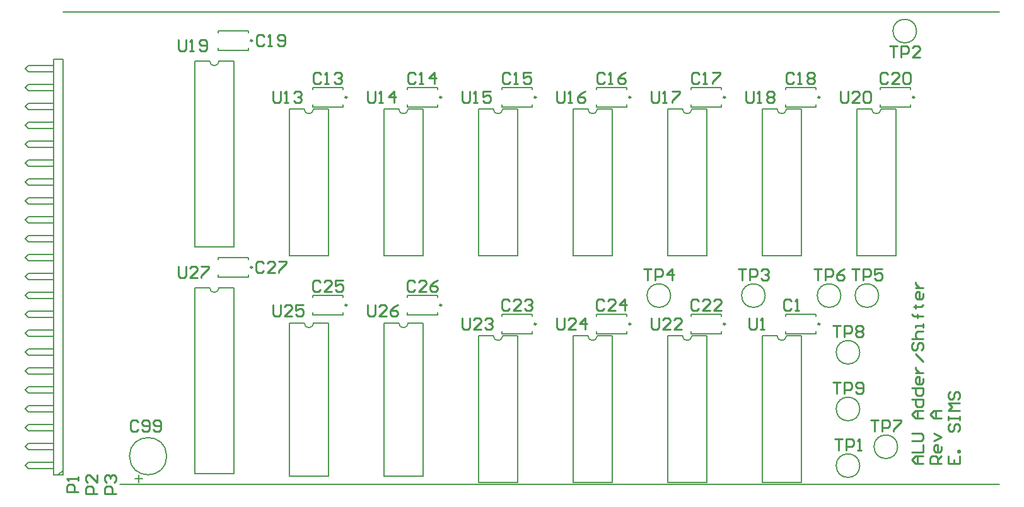
<source format=gto>
G04*
G04 #@! TF.GenerationSoftware,Altium Limited,Altium Designer,21.9.1 (22)*
G04*
G04 Layer_Color=65535*
%FSLAX25Y25*%
%MOIN*%
G70*
G04*
G04 #@! TF.SameCoordinates,C109554B-D48E-4F6B-8FAB-988FC137D98F*
G04*
G04*
G04 #@! TF.FilePolarity,Positive*
G04*
G01*
G75*
%ADD10C,0.00984*%
%ADD11C,0.00787*%
%ADD12C,0.00500*%
%ADD13C,0.01000*%
%ADD14C,0.00591*%
D10*
X505118Y195000D02*
G03*
X505118Y195000I-492J0D01*
G01*
X255118Y315000D02*
G03*
X255118Y315000I-492J0D01*
G01*
X305118D02*
G03*
X305118Y315000I-492J0D01*
G01*
X355118D02*
G03*
X355118Y315000I-492J0D01*
G01*
X405118D02*
G03*
X405118Y315000I-492J0D01*
G01*
X455118D02*
G03*
X455118Y315000I-492J0D01*
G01*
X505118D02*
G03*
X505118Y315000I-492J0D01*
G01*
X205118Y345000D02*
G03*
X205118Y345000I-492J0D01*
G01*
X555118Y315000D02*
G03*
X555118Y315000I-492J0D01*
G01*
X455118Y195000D02*
G03*
X455118Y195000I-492J0D01*
G01*
X355118D02*
G03*
X355118Y195000I-492J0D01*
G01*
X405118D02*
G03*
X405118Y195000I-492J0D01*
G01*
X255118Y205000D02*
G03*
X255118Y205000I-492J0D01*
G01*
X305118D02*
G03*
X305118Y205000I-492J0D01*
G01*
X205118Y225000D02*
G03*
X205118Y225000I-492J0D01*
G01*
D11*
X182500Y214213D02*
G03*
X187500Y214213I2500J0D01*
G01*
X482500Y188779D02*
G03*
X487500Y188779I2500J0D01*
G01*
X526240Y150000D02*
G03*
X526240Y150000I-6240J0D01*
G01*
X282500Y195551D02*
G03*
X287500Y195551I2500J0D01*
G01*
X159843Y125000D02*
G03*
X159843Y125000I-9843J0D01*
G01*
X526240Y120000D02*
G03*
X526240Y120000I-6240J0D01*
G01*
X556240Y350000D02*
G03*
X556240Y350000I-6240J0D01*
G01*
X232500Y308780D02*
G03*
X237500Y308780I2500J0D01*
G01*
X282500D02*
G03*
X287500Y308780I2500J0D01*
G01*
X332500D02*
G03*
X337500Y308780I2500J0D01*
G01*
X382500D02*
G03*
X387500Y308780I2500J0D01*
G01*
X432500D02*
G03*
X437500Y308780I2500J0D01*
G01*
X182500Y334213D02*
G03*
X187500Y334213I2500J0D01*
G01*
X482500Y308780D02*
G03*
X487500Y308780I2500J0D01*
G01*
X532500D02*
G03*
X537500Y308780I2500J0D01*
G01*
X432500Y188779D02*
G03*
X437500Y188779I2500J0D01*
G01*
X332500D02*
G03*
X337500Y188779I2500J0D01*
G01*
X382500D02*
G03*
X387500Y188779I2500J0D01*
G01*
X232500Y195551D02*
G03*
X237500Y195551I2500J0D01*
G01*
X476240Y210000D02*
G03*
X476240Y210000I-6240J0D01*
G01*
X426240D02*
G03*
X426240Y210000I-6240J0D01*
G01*
X536240D02*
G03*
X536240Y210000I-6240J0D01*
G01*
X516240D02*
G03*
X516240Y210000I-6240J0D01*
G01*
X546240Y130000D02*
G03*
X546240Y130000I-6240J0D01*
G01*
X526240Y180000D02*
G03*
X526240Y180000I-6240J0D01*
G01*
X487205Y199035D02*
Y200118D01*
X502953Y199035D02*
Y200118D01*
X487205Y189882D02*
Y190965D01*
X502953Y189882D02*
Y190965D01*
X487205Y200118D02*
X502953D01*
X487205Y189882D02*
X502953D01*
X174567Y214213D02*
X182500D01*
X187500D02*
X195433D01*
X174567Y115787D02*
X195433D01*
X174567D02*
Y214213D01*
X195433Y115787D02*
Y214213D01*
X474567Y188779D02*
X482500D01*
X487500D02*
X495433D01*
X474567Y111221D02*
X495433D01*
X474567D02*
Y188779D01*
X495433Y111221D02*
Y188779D01*
X274567Y195551D02*
X282500D01*
X287500D02*
X295433D01*
X274567Y114449D02*
X295433D01*
X274567D02*
Y195551D01*
X295433Y114449D02*
Y195551D01*
X100000Y115000D02*
X105000D01*
X100000D02*
Y335000D01*
X105000D01*
X102500Y115000D02*
X105000Y117500D01*
X86667Y118333D02*
X100000D01*
X85000Y120000D02*
X86667Y118333D01*
X85000Y120000D02*
X86667Y121667D01*
X100000D01*
X86667Y128333D02*
X100000D01*
X85000Y130000D02*
X86667Y128333D01*
X85000Y130000D02*
X86667Y131667D01*
X100000D01*
X86667Y138333D02*
X100000D01*
X85000Y140000D02*
X86667Y138333D01*
X85000Y140000D02*
X86667Y141667D01*
X100000D01*
X86667Y148333D02*
X100000D01*
X85000Y150000D02*
X86667Y148333D01*
X85000Y150000D02*
X86667Y151667D01*
X100000D01*
X86667Y158333D02*
X100000D01*
X85000Y160000D02*
X86667Y158333D01*
X85000Y160000D02*
X86667Y161667D01*
X100000D01*
X86667Y168333D02*
X100000D01*
X85000Y170000D02*
X86667Y168333D01*
X85000Y170000D02*
X86667Y171667D01*
X100000D01*
X86667Y178333D02*
X100000D01*
X85000Y180000D02*
X86667Y178333D01*
X85000Y180000D02*
X86667Y181667D01*
X100000D01*
X86667Y188333D02*
X100000D01*
X85000Y190000D02*
X86667Y188333D01*
X85000Y190000D02*
X86667Y191667D01*
X100000D01*
X86667Y198333D02*
X100000D01*
X85000Y200000D02*
X86667Y198333D01*
X85000Y200000D02*
X86667Y201667D01*
X100000D01*
X86667Y208333D02*
X100000D01*
X85000Y210000D02*
X86667Y208333D01*
X85000Y210000D02*
X86667Y211667D01*
X100000D01*
X86667Y218333D02*
X100000D01*
X85000Y220000D02*
X86667Y218333D01*
X85000Y220000D02*
X86667Y221667D01*
X100000D01*
X86667Y228333D02*
X100000D01*
X85000Y230000D02*
X86667Y228333D01*
X85000Y230000D02*
X86667Y231667D01*
X100000D01*
X86667Y238333D02*
X100000D01*
X85000Y240000D02*
X86667Y238333D01*
X85000Y240000D02*
X86667Y241667D01*
X100000D01*
X86667Y248333D02*
X100000D01*
X85000Y250000D02*
X86667Y248333D01*
X85000Y250000D02*
X86667Y251667D01*
X100000D01*
X86667Y258333D02*
X100000D01*
X85000Y260000D02*
X86667Y258333D01*
X85000Y260000D02*
X86667Y261667D01*
X100000D01*
X86667Y268333D02*
X100000D01*
X85000Y270000D02*
X86667Y268333D01*
X85000Y270000D02*
X86667Y271667D01*
X100000D01*
X86667Y278333D02*
X100000D01*
X85000Y280000D02*
X86667Y278333D01*
X85000Y280000D02*
X86667Y281667D01*
X100000D01*
X86667Y288333D02*
X100000D01*
X85000Y290000D02*
X86667Y288333D01*
X85000Y290000D02*
X86667Y291667D01*
X100000D01*
X86667Y298333D02*
X100000D01*
X85000Y300000D02*
X86667Y298333D01*
X85000Y300000D02*
X86667Y301667D01*
X100000D01*
X86667Y308333D02*
X100000D01*
X85000Y310000D02*
X86667Y308333D01*
X85000Y310000D02*
X86667Y311667D01*
X100000D01*
X86667Y318333D02*
X100000D01*
X85000Y320000D02*
X86667Y318333D01*
X85000Y320000D02*
X86667Y321667D01*
X100000D01*
X86667Y328333D02*
X100000D01*
X85000Y330000D02*
X86667Y328333D01*
X85000Y330000D02*
X86667Y331667D01*
X100000D01*
X105000Y115000D02*
Y122500D01*
Y335000D01*
X237205Y319035D02*
Y320118D01*
X252953Y319035D02*
Y320118D01*
X237205Y309882D02*
Y310965D01*
X252953Y309882D02*
Y310965D01*
X237205Y320118D02*
X252953D01*
X237205Y309882D02*
X252953D01*
X287205Y319035D02*
Y320118D01*
X302953Y319035D02*
Y320118D01*
X287205Y309882D02*
Y310965D01*
X302953Y309882D02*
Y310965D01*
X287205Y320118D02*
X302953D01*
X287205Y309882D02*
X302953D01*
X337205Y319035D02*
Y320118D01*
X352953Y319035D02*
Y320118D01*
X337205Y309882D02*
Y310965D01*
X352953Y309882D02*
Y310965D01*
X337205Y320118D02*
X352953D01*
X337205Y309882D02*
X352953D01*
X387205Y319035D02*
Y320118D01*
X402953Y319035D02*
Y320118D01*
X387205Y309882D02*
Y310965D01*
X402953Y309882D02*
Y310965D01*
X387205Y320118D02*
X402953D01*
X387205Y309882D02*
X402953D01*
X437205Y319035D02*
Y320118D01*
X452953Y319035D02*
Y320118D01*
X437205Y309882D02*
Y310965D01*
X452953Y309882D02*
Y310965D01*
X437205Y320118D02*
X452953D01*
X437205Y309882D02*
X452953D01*
X487205Y319035D02*
Y320118D01*
X502953Y319035D02*
Y320118D01*
X487205Y309882D02*
Y310965D01*
X502953Y309882D02*
Y310965D01*
X487205Y320118D02*
X502953D01*
X487205Y309882D02*
X502953D01*
X187205Y349035D02*
Y350118D01*
X202953Y349035D02*
Y350118D01*
X187205Y339882D02*
Y340965D01*
X202953Y339882D02*
Y340965D01*
X187205Y350118D02*
X202953D01*
X187205Y339882D02*
X202953D01*
X537205Y319035D02*
Y320118D01*
X552953Y319035D02*
Y320118D01*
X537205Y309882D02*
Y310965D01*
X552953Y309882D02*
Y310965D01*
X537205Y320118D02*
X552953D01*
X537205Y309882D02*
X552953D01*
X437205Y199035D02*
Y200118D01*
X452953Y199035D02*
Y200118D01*
X437205Y189882D02*
Y190965D01*
X452953Y189882D02*
Y190965D01*
X437205Y200118D02*
X452953D01*
X437205Y189882D02*
X452953D01*
X337205Y199035D02*
Y200118D01*
X352953Y199035D02*
Y200118D01*
X337205Y189882D02*
Y190965D01*
X352953Y189882D02*
Y190965D01*
X337205Y200118D02*
X352953D01*
X337205Y189882D02*
X352953D01*
X387205Y199035D02*
Y200118D01*
X402953Y199035D02*
Y200118D01*
X387205Y189882D02*
Y190965D01*
X402953Y189882D02*
Y190965D01*
X387205Y200118D02*
X402953D01*
X387205Y189882D02*
X402953D01*
X237205Y209035D02*
Y210118D01*
X252953Y209035D02*
Y210118D01*
X237205Y199882D02*
Y200965D01*
X252953Y199882D02*
Y200965D01*
X237205Y210118D02*
X252953D01*
X237205Y199882D02*
X252953D01*
X287205Y209035D02*
Y210118D01*
X302953Y209035D02*
Y210118D01*
X287205Y199882D02*
Y200965D01*
X302953Y199882D02*
Y200965D01*
X287205Y210118D02*
X302953D01*
X287205Y199882D02*
X302953D01*
X187205Y229035D02*
Y230118D01*
X202953Y229035D02*
Y230118D01*
X187205Y219882D02*
Y220965D01*
X202953Y219882D02*
Y220965D01*
X187205Y230118D02*
X202953D01*
X187205Y219882D02*
X202953D01*
X245433Y231221D02*
Y308780D01*
X224567Y231221D02*
Y308780D01*
Y231221D02*
X245433D01*
X237500Y308780D02*
X245433D01*
X224567D02*
X232500D01*
X295433Y231221D02*
Y308780D01*
X274567Y231221D02*
Y308780D01*
Y231221D02*
X295433D01*
X287500Y308780D02*
X295433D01*
X274567D02*
X282500D01*
X345433Y231221D02*
Y308780D01*
X324567Y231221D02*
Y308780D01*
Y231221D02*
X345433D01*
X337500Y308780D02*
X345433D01*
X324567D02*
X332500D01*
X395433Y231221D02*
Y308780D01*
X374567Y231221D02*
Y308780D01*
Y231221D02*
X395433D01*
X387500Y308780D02*
X395433D01*
X374567D02*
X382500D01*
X445433Y231221D02*
Y308780D01*
X424567Y231221D02*
Y308780D01*
Y231221D02*
X445433D01*
X437500Y308780D02*
X445433D01*
X424567D02*
X432500D01*
X174567Y334213D02*
X182500D01*
X187500D02*
X195433D01*
X174567Y235787D02*
X195433D01*
X174567D02*
Y334213D01*
X195433Y235787D02*
Y334213D01*
X474567Y308780D02*
X482500D01*
X487500D02*
X495433D01*
X474567Y231221D02*
X495433D01*
X474567D02*
Y308780D01*
X495433Y231221D02*
Y308780D01*
X545433Y231221D02*
Y308780D01*
X524567Y231221D02*
Y308780D01*
Y231221D02*
X545433D01*
X537500Y308780D02*
X545433D01*
X524567D02*
X532500D01*
X445433Y111221D02*
Y188779D01*
X424567Y111221D02*
Y188779D01*
Y111221D02*
X445433D01*
X437500Y188779D02*
X445433D01*
X424567D02*
X432500D01*
X345433Y111221D02*
Y188779D01*
X324567Y111221D02*
Y188779D01*
Y111221D02*
X345433D01*
X337500Y188779D02*
X345433D01*
X324567D02*
X332500D01*
X395433Y111221D02*
Y188779D01*
X374567Y111221D02*
Y188779D01*
Y111221D02*
X395433D01*
X387500Y188779D02*
X395433D01*
X374567D02*
X382500D01*
X224567Y195551D02*
X232500D01*
X237500D02*
X245433D01*
X224567Y114449D02*
X245433D01*
X224567D02*
Y195551D01*
X245433Y114449D02*
Y195551D01*
D12*
X105000Y360000D02*
X600000Y360000D01*
X135000Y110000D02*
X600000Y110000D01*
D13*
X559805Y121000D02*
X555806D01*
X553807Y122999D01*
X555806Y124999D01*
X559805D01*
X556806D01*
Y121000D01*
X553807Y126998D02*
X559805D01*
Y130997D01*
X553807Y132996D02*
X558805D01*
X559805Y133996D01*
Y135995D01*
X558805Y136995D01*
X553807D01*
X559805Y144992D02*
X555806D01*
X553807Y146992D01*
X555806Y148991D01*
X559805D01*
X556806D01*
Y144992D01*
X553807Y154989D02*
X559805D01*
Y151990D01*
X558805Y150990D01*
X556806D01*
X555806Y151990D01*
Y154989D01*
X553807Y160987D02*
X559805D01*
Y157988D01*
X558805Y156988D01*
X556806D01*
X555806Y157988D01*
Y160987D01*
X559805Y165986D02*
Y163986D01*
X558805Y162986D01*
X556806D01*
X555806Y163986D01*
Y165986D01*
X556806Y166985D01*
X557805D01*
Y162986D01*
X555806Y168984D02*
X559805D01*
X557805D01*
X556806Y169984D01*
X555806Y170984D01*
Y171984D01*
X559805Y174983D02*
X555806Y178981D01*
X554806Y184979D02*
X553807Y183980D01*
Y181980D01*
X554806Y180981D01*
X555806D01*
X556806Y181980D01*
Y183980D01*
X557805Y184979D01*
X558805D01*
X559805Y183980D01*
Y181980D01*
X558805Y180981D01*
X553807Y186979D02*
X559805D01*
X556806D01*
X555806Y187978D01*
Y189978D01*
X556806Y190977D01*
X559805D01*
Y192977D02*
Y194976D01*
Y193976D01*
X555806D01*
Y192977D01*
X559805Y198975D02*
X554806D01*
X556806D01*
Y197975D01*
Y199975D01*
Y198975D01*
X554806D01*
X553807Y199975D01*
X554806Y203973D02*
X555806D01*
Y202974D01*
Y204973D01*
Y203973D01*
X558805D01*
X559805Y204973D01*
Y210971D02*
Y208972D01*
X558805Y207972D01*
X556806D01*
X555806Y208972D01*
Y210971D01*
X556806Y211971D01*
X557805D01*
Y207972D01*
X555806Y213970D02*
X559805D01*
X557805D01*
X556806Y214970D01*
X555806Y215969D01*
Y216969D01*
X569402Y121000D02*
X563404D01*
Y123999D01*
X564404Y124999D01*
X566403D01*
X567403Y123999D01*
Y121000D01*
Y122999D02*
X569402Y124999D01*
Y129997D02*
Y127998D01*
X568403Y126998D01*
X566403D01*
X565404Y127998D01*
Y129997D01*
X566403Y130997D01*
X567403D01*
Y126998D01*
X565404Y132996D02*
X569402Y134995D01*
X565404Y136995D01*
X569402Y144992D02*
X565404D01*
X563404Y146992D01*
X565404Y148991D01*
X569402D01*
X566403D01*
Y144992D01*
X573002Y124999D02*
Y121000D01*
X579000D01*
Y124999D01*
X576001Y121000D02*
Y122999D01*
X579000Y126998D02*
X578000D01*
Y127998D01*
X579000D01*
Y126998D01*
X574002Y141993D02*
X573002Y140994D01*
Y138994D01*
X574002Y137995D01*
X575001D01*
X576001Y138994D01*
Y140994D01*
X577001Y141993D01*
X578000D01*
X579000Y140994D01*
Y138994D01*
X578000Y137995D01*
X573002Y143993D02*
Y145992D01*
Y144992D01*
X579000D01*
Y143993D01*
Y145992D01*
Y148991D02*
X573002D01*
X575001Y150990D01*
X573002Y152990D01*
X579000D01*
X574002Y158988D02*
X573002Y157988D01*
Y155989D01*
X574002Y154989D01*
X575001D01*
X576001Y155989D01*
Y157988D01*
X577001Y158988D01*
X578000D01*
X579000Y157988D01*
Y155989D01*
X578000Y154989D01*
X512003Y163999D02*
X516001D01*
X514002D01*
Y158001D01*
X518001D02*
Y163999D01*
X521000D01*
X521999Y162999D01*
Y161000D01*
X521000Y160000D01*
X518001D01*
X523999Y159001D02*
X524998Y158001D01*
X526998D01*
X527997Y159001D01*
Y162999D01*
X526998Y163999D01*
X524998D01*
X523999Y162999D01*
Y162000D01*
X524998Y161000D01*
X527997D01*
X512003Y193999D02*
X516001D01*
X514002D01*
Y188001D01*
X518001D02*
Y193999D01*
X521000D01*
X521999Y192999D01*
Y191000D01*
X521000Y190000D01*
X518001D01*
X523999Y192999D02*
X524998Y193999D01*
X526998D01*
X527997Y192999D01*
Y192000D01*
X526998Y191000D01*
X527997Y190000D01*
Y189001D01*
X526998Y188001D01*
X524998D01*
X523999Y189001D01*
Y190000D01*
X524998Y191000D01*
X523999Y192000D01*
Y192999D01*
X524998Y191000D02*
X526998D01*
X532003Y143999D02*
X536001D01*
X534002D01*
Y138001D01*
X538001D02*
Y143999D01*
X541000D01*
X541999Y142999D01*
Y141000D01*
X541000Y140000D01*
X538001D01*
X543999Y143999D02*
X547997D01*
Y142999D01*
X543999Y139001D01*
Y138001D01*
X502003Y223999D02*
X506001D01*
X504002D01*
Y218001D01*
X508001D02*
Y223999D01*
X511000D01*
X511999Y222999D01*
Y221000D01*
X511000Y220000D01*
X508001D01*
X517997Y223999D02*
X515998Y222999D01*
X513999Y221000D01*
Y219001D01*
X514998Y218001D01*
X516998D01*
X517997Y219001D01*
Y220000D01*
X516998Y221000D01*
X513999D01*
X522003Y223999D02*
X526001D01*
X524002D01*
Y218001D01*
X528001D02*
Y223999D01*
X531000D01*
X531999Y222999D01*
Y221000D01*
X531000Y220000D01*
X528001D01*
X537997Y223999D02*
X533999D01*
Y221000D01*
X535998Y222000D01*
X536998D01*
X537997Y221000D01*
Y219001D01*
X536998Y218001D01*
X534998D01*
X533999Y219001D01*
X412003Y223999D02*
X416001D01*
X414002D01*
Y218001D01*
X418001D02*
Y223999D01*
X421000D01*
X421999Y222999D01*
Y221000D01*
X421000Y220000D01*
X418001D01*
X426998Y218001D02*
Y223999D01*
X423999Y221000D01*
X427997D01*
X462003Y223999D02*
X466001D01*
X464002D01*
Y218001D01*
X468001D02*
Y223999D01*
X471000D01*
X471999Y222999D01*
Y221000D01*
X471000Y220000D01*
X468001D01*
X473999Y222999D02*
X474998Y223999D01*
X476998D01*
X477997Y222999D01*
Y222000D01*
X476998Y221000D01*
X475998D01*
X476998D01*
X477997Y220000D01*
Y219001D01*
X476998Y218001D01*
X474998D01*
X473999Y219001D01*
X467600Y198198D02*
Y193200D01*
X468600Y192200D01*
X470599D01*
X471599Y193200D01*
Y198198D01*
X473598Y192200D02*
X475597D01*
X474598D01*
Y198198D01*
X473598Y197198D01*
X490000Y206999D02*
X489000Y207999D01*
X487001D01*
X486001Y206999D01*
Y203001D01*
X487001Y202001D01*
X489000D01*
X490000Y203001D01*
X491999Y202001D02*
X493999D01*
X492999D01*
Y207999D01*
X491999Y206999D01*
X166000Y225498D02*
Y220500D01*
X167000Y219500D01*
X168999D01*
X169999Y220500D01*
Y225498D01*
X175997Y219500D02*
X171998D01*
X175997Y223499D01*
Y224498D01*
X174997Y225498D01*
X172998D01*
X171998Y224498D01*
X177996Y225498D02*
X181995D01*
Y224498D01*
X177996Y220500D01*
Y219500D01*
X266000Y205198D02*
Y200200D01*
X267000Y199200D01*
X268999D01*
X269999Y200200D01*
Y205198D01*
X275997Y199200D02*
X271998D01*
X275997Y203199D01*
Y204198D01*
X274997Y205198D01*
X272998D01*
X271998Y204198D01*
X281995Y205198D02*
X279995Y204198D01*
X277996Y202199D01*
Y200200D01*
X278996Y199200D01*
X280995D01*
X281995Y200200D01*
Y201199D01*
X280995Y202199D01*
X277996D01*
X216000Y205198D02*
Y200200D01*
X217000Y199200D01*
X218999D01*
X219999Y200200D01*
Y205198D01*
X225997Y199200D02*
X221998D01*
X225997Y203199D01*
Y204198D01*
X224997Y205198D01*
X222998D01*
X221998Y204198D01*
X231995Y205198D02*
X227996D01*
Y202199D01*
X229995Y203199D01*
X230995D01*
X231995Y202199D01*
Y200200D01*
X230995Y199200D01*
X228996D01*
X227996Y200200D01*
X366000Y198198D02*
Y193200D01*
X367000Y192200D01*
X368999D01*
X369999Y193200D01*
Y198198D01*
X375997Y192200D02*
X371998D01*
X375997Y196199D01*
Y197198D01*
X374997Y198198D01*
X372998D01*
X371998Y197198D01*
X380995Y192200D02*
Y198198D01*
X377996Y195199D01*
X381995D01*
X316000Y198198D02*
Y193200D01*
X317000Y192200D01*
X318999D01*
X319999Y193200D01*
Y198198D01*
X325997Y192200D02*
X321998D01*
X325997Y196199D01*
Y197198D01*
X324997Y198198D01*
X322998D01*
X321998Y197198D01*
X327996D02*
X328996Y198198D01*
X330995D01*
X331995Y197198D01*
Y196199D01*
X330995Y195199D01*
X329995D01*
X330995D01*
X331995Y194199D01*
Y193200D01*
X330995Y192200D01*
X328996D01*
X327996Y193200D01*
X416000Y198198D02*
Y193200D01*
X417000Y192200D01*
X418999D01*
X419999Y193200D01*
Y198198D01*
X425997Y192200D02*
X421998D01*
X425997Y196199D01*
Y197198D01*
X424997Y198198D01*
X422998D01*
X421998Y197198D01*
X431995Y192200D02*
X427996D01*
X431995Y196199D01*
Y197198D01*
X430995Y198198D01*
X428996D01*
X427996Y197198D01*
X516000Y318198D02*
Y313200D01*
X517000Y312200D01*
X518999D01*
X519999Y313200D01*
Y318198D01*
X525997Y312200D02*
X521998D01*
X525997Y316199D01*
Y317198D01*
X524997Y318198D01*
X522998D01*
X521998Y317198D01*
X527996D02*
X528996Y318198D01*
X530995D01*
X531995Y317198D01*
Y313200D01*
X530995Y312200D01*
X528996D01*
X527996Y313200D01*
Y317198D01*
X466000Y318198D02*
Y313200D01*
X467000Y312200D01*
X468999D01*
X469999Y313200D01*
Y318198D01*
X471998Y312200D02*
X473997D01*
X472998D01*
Y318198D01*
X471998Y317198D01*
X476996D02*
X477996Y318198D01*
X479995D01*
X480995Y317198D01*
Y316199D01*
X479995Y315199D01*
X480995Y314199D01*
Y313200D01*
X479995Y312200D01*
X477996D01*
X476996Y313200D01*
Y314199D01*
X477996Y315199D01*
X476996Y316199D01*
Y317198D01*
X477996Y315199D02*
X479995D01*
X166000Y345498D02*
Y340500D01*
X167000Y339500D01*
X168999D01*
X169999Y340500D01*
Y345498D01*
X171998Y339500D02*
X173997D01*
X172998D01*
Y345498D01*
X171998Y344498D01*
X176996Y340500D02*
X177996Y339500D01*
X179996D01*
X180995Y340500D01*
Y344498D01*
X179996Y345498D01*
X177996D01*
X176996Y344498D01*
Y343499D01*
X177996Y342499D01*
X180995D01*
X416000Y318198D02*
Y313200D01*
X417000Y312200D01*
X418999D01*
X419999Y313200D01*
Y318198D01*
X421998Y312200D02*
X423997D01*
X422998D01*
Y318198D01*
X421998Y317198D01*
X426996Y318198D02*
X430995D01*
Y317198D01*
X426996Y313200D01*
Y312200D01*
X366000Y318198D02*
Y313200D01*
X367000Y312200D01*
X368999D01*
X369999Y313200D01*
Y318198D01*
X371998Y312200D02*
X373997D01*
X372998D01*
Y318198D01*
X371998Y317198D01*
X380995Y318198D02*
X378996Y317198D01*
X376996Y315199D01*
Y313200D01*
X377996Y312200D01*
X379995D01*
X380995Y313200D01*
Y314199D01*
X379995Y315199D01*
X376996D01*
X316000Y318198D02*
Y313200D01*
X317000Y312200D01*
X318999D01*
X319999Y313200D01*
Y318198D01*
X321998Y312200D02*
X323997D01*
X322998D01*
Y318198D01*
X321998Y317198D01*
X330995Y318198D02*
X326996D01*
Y315199D01*
X328996Y316199D01*
X329995D01*
X330995Y315199D01*
Y313200D01*
X329995Y312200D01*
X327996D01*
X326996Y313200D01*
X266000Y318198D02*
Y313200D01*
X267000Y312200D01*
X268999D01*
X269999Y313200D01*
Y318198D01*
X271998Y312200D02*
X273997D01*
X272998D01*
Y318198D01*
X271998Y317198D01*
X279995Y312200D02*
Y318198D01*
X276996Y315199D01*
X280995D01*
X216000Y318198D02*
Y313200D01*
X217000Y312200D01*
X218999D01*
X219999Y313200D01*
Y318198D01*
X221998Y312200D02*
X223997D01*
X222998D01*
Y318198D01*
X221998Y317198D01*
X226996D02*
X227996Y318198D01*
X229995D01*
X230995Y317198D01*
Y316199D01*
X229995Y315199D01*
X228996D01*
X229995D01*
X230995Y314199D01*
Y313200D01*
X229995Y312200D01*
X227996D01*
X226996Y313200D01*
X211001Y226999D02*
X210002Y227999D01*
X208002D01*
X207003Y226999D01*
Y223001D01*
X208002Y222001D01*
X210002D01*
X211001Y223001D01*
X216999Y222001D02*
X213001D01*
X216999Y226000D01*
Y226999D01*
X216000Y227999D01*
X214000D01*
X213001Y226999D01*
X218999Y227999D02*
X222997D01*
Y226999D01*
X218999Y223001D01*
Y222001D01*
X291001Y216999D02*
X290002Y217999D01*
X288002D01*
X287003Y216999D01*
Y213001D01*
X288002Y212001D01*
X290002D01*
X291001Y213001D01*
X296999Y212001D02*
X293001D01*
X296999Y216000D01*
Y216999D01*
X296000Y217999D01*
X294000D01*
X293001Y216999D01*
X302997Y217999D02*
X300998Y216999D01*
X298999Y215000D01*
Y213001D01*
X299998Y212001D01*
X301998D01*
X302997Y213001D01*
Y214000D01*
X301998Y215000D01*
X298999D01*
X241001Y216999D02*
X240002Y217999D01*
X238002D01*
X237003Y216999D01*
Y213001D01*
X238002Y212001D01*
X240002D01*
X241001Y213001D01*
X246999Y212001D02*
X243001D01*
X246999Y216000D01*
Y216999D01*
X246000Y217999D01*
X244000D01*
X243001Y216999D01*
X252997Y217999D02*
X248999D01*
Y215000D01*
X250998Y216000D01*
X251998D01*
X252997Y215000D01*
Y213001D01*
X251998Y212001D01*
X249998D01*
X248999Y213001D01*
X391001Y206999D02*
X390002Y207999D01*
X388002D01*
X387003Y206999D01*
Y203001D01*
X388002Y202001D01*
X390002D01*
X391001Y203001D01*
X396999Y202001D02*
X393001D01*
X396999Y206000D01*
Y206999D01*
X396000Y207999D01*
X394000D01*
X393001Y206999D01*
X401998Y202001D02*
Y207999D01*
X398999Y205000D01*
X402997D01*
X341001Y206999D02*
X340002Y207999D01*
X338002D01*
X337003Y206999D01*
Y203001D01*
X338002Y202001D01*
X340002D01*
X341001Y203001D01*
X346999Y202001D02*
X343001D01*
X346999Y206000D01*
Y206999D01*
X346000Y207999D01*
X344000D01*
X343001Y206999D01*
X348999D02*
X349998Y207999D01*
X351998D01*
X352997Y206999D01*
Y206000D01*
X351998Y205000D01*
X350998D01*
X351998D01*
X352997Y204000D01*
Y203001D01*
X351998Y202001D01*
X349998D01*
X348999Y203001D01*
X441001Y206999D02*
X440002Y207999D01*
X438002D01*
X437003Y206999D01*
Y203001D01*
X438002Y202001D01*
X440002D01*
X441001Y203001D01*
X446999Y202001D02*
X443001D01*
X446999Y206000D01*
Y206999D01*
X446000Y207999D01*
X444000D01*
X443001Y206999D01*
X452997Y202001D02*
X448999D01*
X452997Y206000D01*
Y206999D01*
X451998Y207999D01*
X449998D01*
X448999Y206999D01*
X541001Y326999D02*
X540002Y327999D01*
X538002D01*
X537003Y326999D01*
Y323001D01*
X538002Y322001D01*
X540002D01*
X541001Y323001D01*
X546999Y322001D02*
X543001D01*
X546999Y326000D01*
Y326999D01*
X546000Y327999D01*
X544000D01*
X543001Y326999D01*
X548999D02*
X549998Y327999D01*
X551998D01*
X552997Y326999D01*
Y323001D01*
X551998Y322001D01*
X549998D01*
X548999Y323001D01*
Y326999D01*
X211501Y346999D02*
X210502Y347999D01*
X208502D01*
X207502Y346999D01*
Y343001D01*
X208502Y342001D01*
X210502D01*
X211501Y343001D01*
X213500Y342001D02*
X215500D01*
X214500D01*
Y347999D01*
X213500Y346999D01*
X218499Y343001D02*
X219498Y342001D01*
X221498D01*
X222498Y343001D01*
Y346999D01*
X221498Y347999D01*
X219498D01*
X218499Y346999D01*
Y346000D01*
X219498Y345000D01*
X222498D01*
X491501Y326999D02*
X490501Y327999D01*
X488502D01*
X487502Y326999D01*
Y323001D01*
X488502Y322001D01*
X490501D01*
X491501Y323001D01*
X493501Y322001D02*
X495500D01*
X494500D01*
Y327999D01*
X493501Y326999D01*
X498499D02*
X499499Y327999D01*
X501498D01*
X502498Y326999D01*
Y326000D01*
X501498Y325000D01*
X502498Y324000D01*
Y323001D01*
X501498Y322001D01*
X499499D01*
X498499Y323001D01*
Y324000D01*
X499499Y325000D01*
X498499Y326000D01*
Y326999D01*
X499499Y325000D02*
X501498D01*
X441501Y326999D02*
X440501Y327999D01*
X438502D01*
X437502Y326999D01*
Y323001D01*
X438502Y322001D01*
X440501D01*
X441501Y323001D01*
X443501Y322001D02*
X445500D01*
X444500D01*
Y327999D01*
X443501Y326999D01*
X448499Y327999D02*
X452498D01*
Y326999D01*
X448499Y323001D01*
Y322001D01*
X391501Y326999D02*
X390501Y327999D01*
X388502D01*
X387502Y326999D01*
Y323001D01*
X388502Y322001D01*
X390501D01*
X391501Y323001D01*
X393500Y322001D02*
X395500D01*
X394500D01*
Y327999D01*
X393500Y326999D01*
X402498Y327999D02*
X400498Y326999D01*
X398499Y325000D01*
Y323001D01*
X399499Y322001D01*
X401498D01*
X402498Y323001D01*
Y324000D01*
X401498Y325000D01*
X398499D01*
X341501Y326999D02*
X340501Y327999D01*
X338502D01*
X337502Y326999D01*
Y323001D01*
X338502Y322001D01*
X340501D01*
X341501Y323001D01*
X343500Y322001D02*
X345500D01*
X344500D01*
Y327999D01*
X343500Y326999D01*
X352498Y327999D02*
X348499D01*
Y325000D01*
X350498Y326000D01*
X351498D01*
X352498Y325000D01*
Y323001D01*
X351498Y322001D01*
X349499D01*
X348499Y323001D01*
X291501Y326999D02*
X290501Y327999D01*
X288502D01*
X287502Y326999D01*
Y323001D01*
X288502Y322001D01*
X290501D01*
X291501Y323001D01*
X293500Y322001D02*
X295500D01*
X294500D01*
Y327999D01*
X293500Y326999D01*
X301498Y322001D02*
Y327999D01*
X298499Y325000D01*
X302498D01*
X241501Y326999D02*
X240501Y327999D01*
X238502D01*
X237502Y326999D01*
Y323001D01*
X238502Y322001D01*
X240501D01*
X241501Y323001D01*
X243500Y322001D02*
X245500D01*
X244500D01*
Y327999D01*
X243500Y326999D01*
X248499D02*
X249499Y327999D01*
X251498D01*
X252498Y326999D01*
Y326000D01*
X251498Y325000D01*
X250498D01*
X251498D01*
X252498Y324000D01*
Y323001D01*
X251498Y322001D01*
X249499D01*
X248499Y323001D01*
X542003Y341999D02*
X546001D01*
X544002D01*
Y336001D01*
X548001D02*
Y341999D01*
X551000D01*
X551999Y340999D01*
Y339000D01*
X551000Y338000D01*
X548001D01*
X557997Y336001D02*
X553999D01*
X557997Y340000D01*
Y340999D01*
X556998Y341999D01*
X554998D01*
X553999Y340999D01*
X513002Y133999D02*
X517001D01*
X515002D01*
Y128001D01*
X519000D02*
Y133999D01*
X521999D01*
X522999Y132999D01*
Y131000D01*
X521999Y130000D01*
X519000D01*
X524998Y128001D02*
X526998D01*
X525998D01*
Y133999D01*
X524998Y132999D01*
X132999Y105002D02*
X127001D01*
Y108001D01*
X128001Y109000D01*
X130000D01*
X131000Y108001D01*
Y105002D01*
X128001Y111000D02*
X127001Y111999D01*
Y113999D01*
X128001Y114998D01*
X129000D01*
X130000Y113999D01*
Y112999D01*
Y113999D01*
X131000Y114998D01*
X131999D01*
X132999Y113999D01*
Y111999D01*
X131999Y111000D01*
X122999Y105002D02*
X117001D01*
Y108001D01*
X118001Y109000D01*
X120000D01*
X121000Y108001D01*
Y105002D01*
X122999Y114998D02*
Y111000D01*
X119000Y114998D01*
X118001D01*
X117001Y113999D01*
Y111999D01*
X118001Y111000D01*
X144799Y143198D02*
X143799Y144198D01*
X141800D01*
X140800Y143198D01*
Y139200D01*
X141800Y138200D01*
X143799D01*
X144799Y139200D01*
X146798D02*
X147798Y138200D01*
X149797D01*
X150797Y139200D01*
Y143198D01*
X149797Y144198D01*
X147798D01*
X146798Y143198D01*
Y142199D01*
X147798Y141199D01*
X150797D01*
X152796Y139200D02*
X153796Y138200D01*
X155795D01*
X156795Y139200D01*
Y143198D01*
X155795Y144198D01*
X153796D01*
X152796Y143198D01*
Y142199D01*
X153796Y141199D01*
X156795D01*
X112999Y106001D02*
X107001D01*
Y109000D01*
X108001Y110000D01*
X110000D01*
X111000Y109000D01*
Y106001D01*
X112999Y111999D02*
Y113999D01*
Y112999D01*
X107001D01*
X108001Y111999D01*
D14*
X145090Y115095D02*
Y111160D01*
X147057Y113128D02*
X143122D01*
M02*

</source>
